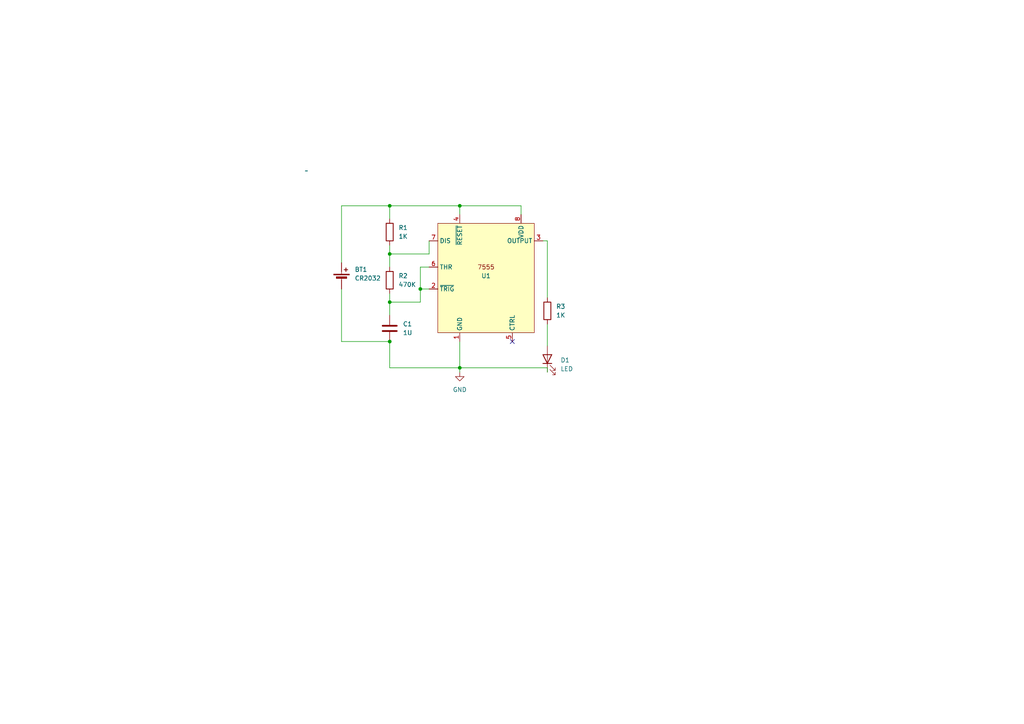
<source format=kicad_sch>
(kicad_sch (version 20230121) (generator eeschema)
  (paper "A4")
  (lib_symbols
    (symbol "Device:Battery_Cell" (pin_numbers hide) (pin_names (offset 0) hide)
      (property "Reference" "BT" (at 2.54 2.54 0))
      (property "Value" "Battery_Cell" (at 2.54 0 0))
      (symbol "Battery_Cell_0_1"
        (rectangle (start -2.286 1.778) (end 2.286 1.524) (fill (type outline)))
        (rectangle (start -1.524 1.016) (end 1.524 0.508) (fill (type outline)))
        (polyline (pts (xy 0 0.762) (xy 0 0)))
        (polyline (pts (xy 0 1.778) (xy 0 2.54)))
        (polyline (pts (xy 0.762 3.048) (xy 1.778 3.048)) (stroke (width 0.254)))
        (polyline (pts (xy 1.27 3.556) (xy 1.27 2.54)) (stroke (width 0.254)))
      )
      (symbol "Battery_Cell_1_1"
        (pin passive line (at 0 5.08 270) (length 2.54) (name "+") (number "1"))
        (pin passive line (at 0 -2.54 90) (length 2.54) (name "-") (number "2"))
      )
    )
    (symbol "Device:C" (pin_numbers hide) (pin_names (offset 0.254))
      (property "Reference" "C" (at 0.635 2.54 0))
      (property "Value" "C" (at 0.635 -2.54 0))
      (symbol "C_0_1"
        (polyline (pts (xy -2.032 -0.762) (xy 2.032 -0.762)) (stroke (width 0.508)))
        (polyline (pts (xy -2.032 0.762) (xy 2.032 0.762)) (stroke (width 0.508)))
      )
      (symbol "C_1_1"
        (pin passive line (at 0 3.81 270) (length 2.794) (name "~") (number "1"))
        (pin passive line (at 0 -3.81 90) (length 2.794) (name "~") (number "2"))
      )
    )
    (symbol "Device:LED" (pin_numbers hide) (pin_names (offset 1.016) hide)
      (property "Reference" "D" (at 0 2.54 0))
      (property "Value" "LED" (at 0 -2.54 0))
      (symbol "LED_0_1"
        (polyline (pts (xy -1.27 -1.27) (xy -1.27 1.27)) (stroke (width 0.254)))
        (polyline (pts (xy -1.27 0) (xy 1.27 0)))
        (polyline (pts (xy 1.27 -1.27) (xy 1.27 1.27) (xy -1.27 0) (xy 1.27 -1.27)) (stroke (width 0.254)))
        (polyline (pts (xy -3.048 -0.762) (xy -4.572 -2.286) (xy -3.81 -2.286) (xy -4.572 -2.286) (xy -4.572 -1.524)))
        (polyline (pts (xy -1.778 -0.762) (xy -3.302 -2.286) (xy -2.54 -2.286) (xy -3.302 -2.286) (xy -3.302 -1.524)))
      )
      (symbol "LED_1_1"
        (pin passive line (at -3.81 0 0) (length 2.54) (name "K") (number "1"))
        (pin passive line (at 3.81 0 180) (length 2.54) (name "A") (number "2"))
      )
    )
    (symbol "Device:R" (pin_numbers hide) (pin_names (offset 0))
      (property "Reference" "R" (at 2.032 0 90))
      (property "Value" "R" (at 0 0 90))
      (symbol "R_0_1"
        (rectangle (start -1.016 -2.54) (end 1.016 2.54) (stroke (width 0.254)))
      )
      (symbol "R_1_1"
        (pin passive line (at 0 3.81 270) (length 1.27) (name "~") (number "1"))
        (pin passive line (at 0 -3.81 90) (length 1.27) (name "~") (number "2"))
      )
    )
    (symbol "GTB5:7555"
      (property "Reference" "U" (at 52.07 -30.48 0))
      (symbol "7555_1_1"
        (rectangle (start 38.1 -15.24) (end 66.04 -46.99) (fill (type background)))
        (text "7555" (at 52.07 -27.94 0) (effects (font (size 1.27 1.27))))
        (pin power_in line (at 44.45 -49.53 90) (length 2.54) (name "GND") (number "1"))
        (pin input line (at 35.56 -34.29 0) (length 2.54) (name "~{TRIG}") (number "2"))
        (pin output line (at 68.58 -20.32 180) (length 2.54) (name "OUTPUT") (number "3"))
        (pin input line (at 44.45 -12.7 270) (length 2.54) (name "~{RESET}") (number "4"))
        (pin input line (at 59.69 -49.53 90) (length 2.54) (name "CTRL") (number "5"))
        (pin input line (at 35.56 -27.94 0) (length 2.54) (name "THR") (number "6"))
        (pin input line (at 35.56 -20.32 0) (length 2.54) (name "DIS") (number "7"))
        (pin power_in line (at 62.23 -12.7 270) (length 2.54) (name "VDD") (number "8"))
      )
    )
    (symbol "power:GND" (power) (pin_names (offset 0))
      (property "Value" "GND" (at 0 -3.81 0))
      (symbol "GND_0_1"
        (polyline (pts (xy 0 0) (xy 0 -1.27) (xy 1.27 -1.27) (xy 0 -2.54) (xy -1.27 -1.27) (xy 0 -1.27)))
      )
      (symbol "GND_1_1"
        (pin power_in line (at 0 0 270) (length 0) hide (name "GND") (number "1"))
      )
    )
  )
  (junction (at 121.92 83.82))
  (junction (at 113.03 59.69))
  (junction (at 133.35 59.69))
  (junction (at 133.35 106.68))
  (junction (at 113.03 73.66))
  (junction (at 113.03 99.06))
  (junction (at 113.03 87.63))
  (no_connect (at 148.59 99.06))
  (wire (pts (xy 99.06 83.82) (xy 99.06 99.06)))
  (wire (pts (xy 113.03 73.66) (xy 113.03 77.47)))
  (wire (pts (xy 133.35 59.69) (xy 151.13 59.69)))
  (wire (pts (xy 113.03 71.12) (xy 113.03 73.66)))
  (wire (pts (xy 133.35 99.06) (xy 133.35 106.68)))
  (wire (pts (xy 113.03 73.66) (xy 124.46 73.66)))
  (wire (pts (xy 158.75 69.85) (xy 157.48 69.85)))
  (wire (pts (xy 151.13 59.69) (xy 151.13 62.23)))
  (wire (pts (xy 113.03 87.63) (xy 121.92 87.63)))
  (wire (pts (xy 158.75 93.98) (xy 158.75 100.33)))
  (wire (pts (xy 133.35 59.69) (xy 133.35 62.23)))
  (wire (pts (xy 121.92 83.82) (xy 121.92 87.63)))
  (wire (pts (xy 158.75 69.85) (xy 158.75 86.36)))
  (wire (pts (xy 158.75 106.68) (xy 158.75 107.95)))
  (wire (pts (xy 99.06 76.2) (xy 99.06 59.69)))
  (wire (pts (xy 113.03 59.69) (xy 113.03 63.5)))
  (wire (pts (xy 113.03 85.09) (xy 113.03 87.63)))
  (wire (pts (xy 133.35 107.95) (xy 133.35 106.68)))
  (wire (pts (xy 113.03 106.68) (xy 133.35 106.68)))
  (wire (pts (xy 113.03 59.69) (xy 133.35 59.69)))
  (wire (pts (xy 124.46 77.47) (xy 121.92 77.47)))
  (wire (pts (xy 113.03 87.63) (xy 113.03 91.44)))
  (wire (pts (xy 99.06 99.06) (xy 113.03 99.06)))
  (wire (pts (xy 113.03 99.06) (xy 113.03 106.68)))
  (wire (pts (xy 99.06 59.69) (xy 113.03 59.69)))
  (wire (pts (xy 121.92 83.82) (xy 124.46 83.82)))
  (wire (pts (xy 158.75 106.68) (xy 133.35 106.68)))
  (wire (pts (xy 121.92 77.47) (xy 121.92 83.82)))
  (wire (pts (xy 124.46 69.85) (xy 124.46 73.66)))
  (symbol (lib_id "Device:R") (at 113.03 67.31 0) (unit 1)
    (property "Reference" "R1" (at 115.57 66.04 0) (effects (justify left)))
    (property "Value" "1K" (at 115.57 68.58 0) (effects (justify left)))
    (property "Footprint" "Resistor_SMD:R_0805_2012Metric_Pad1.20x1.40mm_HandSolder" (effects hide))
  )
  (symbol (lib_id "Device:R") (at 113.03 81.28 0) (unit 1)
    (property "Reference" "R2" (at 115.57 80.01 0) (effects (justify left)))
    (property "Value" "470K" (at 115.57 82.55 0) (effects (justify left)))
    (property "Footprint" "Resistor_SMD:R_0805_2012Metric_Pad1.20x1.40mm_HandSolder" (effects hide))
  )
  (symbol (lib_id "Device:LED") (at 158.75 104.14 90) (unit 1)
    (property "Reference" "D1" (at 162.56 104.4575 90) (effects (justify right)))
    (property "Value" "LED" (at 162.56 106.9975 90) (effects (justify right)))
    (property "Footprint" "LED_SMD:LED_0805_2012Metric_Pad1.15x1.40mm_HandSolder" (effects hide))
  )
  (symbol (lib_id "GTB5:7555") (at 88.9 49.53 0) (unit 1)
    (property "Reference" "U1" (at 140.97 80.01 0))
    (property "Value" "~" (at 88.9 49.53 0))
    (property "Footprint" "Package_SO:SOIC-8_3.9x4.9mm_P1.27mm" (effects hide))
  )
  (symbol (lib_id "Device:Battery_Cell") (at 99.06 81.28 0) (unit 1)
    (property "Reference" "BT1" (at 102.87 78.1685 0) (effects (justify left)))
    (property "Value" "CR2032" (at 102.87 80.7085 0) (effects (justify left)))
    (property "Footprint" "Blinky:S8211-46R" (effects hide))
  )
  (symbol (lib_id "power:GND") (at 133.35 107.95 0) (unit 1)
    (property "Reference" "#PWR01" (effects hide))
    (property "Value" "GND" (at 133.35 113.03 0))
  )
  (symbol (lib_id "Device:C") (at 113.03 95.25 0) (unit 1)
    (property "Reference" "C1" (at 116.84 93.98 0) (effects (justify left)))
    (property "Value" "1U" (at 116.84 96.52 0) (effects (justify left)))
    (property "Footprint" "Capacitor_SMD:C_0805_2012Metric_Pad1.18x1.45mm_HandSolder" (effects hide))
  )
  (symbol (lib_id "Device:R") (at 158.75 90.17 0) (unit 1)
    (property "Reference" "R3" (at 161.29 88.9 0) (effects (justify left)))
    (property "Value" "1K" (at 161.29 91.44 0) (effects (justify left)))
    (property "Footprint" "Resistor_SMD:R_0805_2012Metric_Pad1.20x1.40mm_HandSolder" (effects hide))
  )
)
</source>
